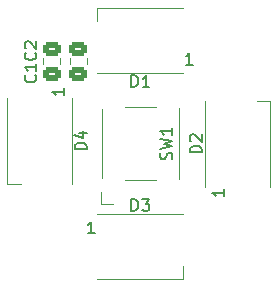
<source format=gto>
G04 #@! TF.GenerationSoftware,KiCad,Pcbnew,8.0.2-1*
G04 #@! TF.CreationDate,2024-11-27T21:54:45+07:00*
G04 #@! TF.ProjectId,v1,76312e6b-6963-4616-945f-706362585858,rev?*
G04 #@! TF.SameCoordinates,Original*
G04 #@! TF.FileFunction,Legend,Top*
G04 #@! TF.FilePolarity,Positive*
%FSLAX46Y46*%
G04 Gerber Fmt 4.6, Leading zero omitted, Abs format (unit mm)*
G04 Created by KiCad (PCBNEW 8.0.2-1) date 2024-11-27 21:54:45*
%MOMM*%
%LPD*%
G01*
G04 APERTURE LIST*
G04 Aperture macros list*
%AMRoundRect*
0 Rectangle with rounded corners*
0 $1 Rounding radius*
0 $2 $3 $4 $5 $6 $7 $8 $9 X,Y pos of 4 corners*
0 Add a 4 corners polygon primitive as box body*
4,1,4,$2,$3,$4,$5,$6,$7,$8,$9,$2,$3,0*
0 Add four circle primitives for the rounded corners*
1,1,$1+$1,$2,$3*
1,1,$1+$1,$4,$5*
1,1,$1+$1,$6,$7*
1,1,$1+$1,$8,$9*
0 Add four rect primitives between the rounded corners*
20,1,$1+$1,$2,$3,$4,$5,0*
20,1,$1+$1,$4,$5,$6,$7,0*
20,1,$1+$1,$6,$7,$8,$9,0*
20,1,$1+$1,$8,$9,$2,$3,0*%
G04 Aperture macros list end*
%ADD10C,0.150000*%
%ADD11C,0.120000*%
%ADD12R,1.400000X1.600000*%
%ADD13R,0.900000X1.500000*%
%ADD14R,1.500000X0.900000*%
%ADD15RoundRect,0.250000X-0.475000X0.337500X-0.475000X-0.337500X0.475000X-0.337500X0.475000X0.337500X0*%
G04 APERTURE END LIST*
D10*
X145907200Y-98583332D02*
X145954819Y-98440475D01*
X145954819Y-98440475D02*
X145954819Y-98202380D01*
X145954819Y-98202380D02*
X145907200Y-98107142D01*
X145907200Y-98107142D02*
X145859580Y-98059523D01*
X145859580Y-98059523D02*
X145764342Y-98011904D01*
X145764342Y-98011904D02*
X145669104Y-98011904D01*
X145669104Y-98011904D02*
X145573866Y-98059523D01*
X145573866Y-98059523D02*
X145526247Y-98107142D01*
X145526247Y-98107142D02*
X145478628Y-98202380D01*
X145478628Y-98202380D02*
X145431009Y-98392856D01*
X145431009Y-98392856D02*
X145383390Y-98488094D01*
X145383390Y-98488094D02*
X145335771Y-98535713D01*
X145335771Y-98535713D02*
X145240533Y-98583332D01*
X145240533Y-98583332D02*
X145145295Y-98583332D01*
X145145295Y-98583332D02*
X145050057Y-98535713D01*
X145050057Y-98535713D02*
X145002438Y-98488094D01*
X145002438Y-98488094D02*
X144954819Y-98392856D01*
X144954819Y-98392856D02*
X144954819Y-98154761D01*
X144954819Y-98154761D02*
X145002438Y-98011904D01*
X144954819Y-97678570D02*
X145954819Y-97440475D01*
X145954819Y-97440475D02*
X145240533Y-97249999D01*
X145240533Y-97249999D02*
X145954819Y-97059523D01*
X145954819Y-97059523D02*
X144954819Y-96821428D01*
X145954819Y-95916666D02*
X145954819Y-96488094D01*
X145954819Y-96202380D02*
X144954819Y-96202380D01*
X144954819Y-96202380D02*
X145097676Y-96297618D01*
X145097676Y-96297618D02*
X145192914Y-96392856D01*
X145192914Y-96392856D02*
X145240533Y-96488094D01*
X138704819Y-97738094D02*
X137704819Y-97738094D01*
X137704819Y-97738094D02*
X137704819Y-97499999D01*
X137704819Y-97499999D02*
X137752438Y-97357142D01*
X137752438Y-97357142D02*
X137847676Y-97261904D01*
X137847676Y-97261904D02*
X137942914Y-97214285D01*
X137942914Y-97214285D02*
X138133390Y-97166666D01*
X138133390Y-97166666D02*
X138276247Y-97166666D01*
X138276247Y-97166666D02*
X138466723Y-97214285D01*
X138466723Y-97214285D02*
X138561961Y-97261904D01*
X138561961Y-97261904D02*
X138657200Y-97357142D01*
X138657200Y-97357142D02*
X138704819Y-97499999D01*
X138704819Y-97499999D02*
X138704819Y-97738094D01*
X138038152Y-96309523D02*
X138704819Y-96309523D01*
X137657200Y-96547618D02*
X138371485Y-96785713D01*
X138371485Y-96785713D02*
X138371485Y-96166666D01*
X136804819Y-92564285D02*
X136804819Y-93135713D01*
X136804819Y-92849999D02*
X135804819Y-92849999D01*
X135804819Y-92849999D02*
X135947676Y-92945237D01*
X135947676Y-92945237D02*
X136042914Y-93040475D01*
X136042914Y-93040475D02*
X136090533Y-93135713D01*
X142511905Y-102954819D02*
X142511905Y-101954819D01*
X142511905Y-101954819D02*
X142750000Y-101954819D01*
X142750000Y-101954819D02*
X142892857Y-102002438D01*
X142892857Y-102002438D02*
X142988095Y-102097676D01*
X142988095Y-102097676D02*
X143035714Y-102192914D01*
X143035714Y-102192914D02*
X143083333Y-102383390D01*
X143083333Y-102383390D02*
X143083333Y-102526247D01*
X143083333Y-102526247D02*
X143035714Y-102716723D01*
X143035714Y-102716723D02*
X142988095Y-102811961D01*
X142988095Y-102811961D02*
X142892857Y-102907200D01*
X142892857Y-102907200D02*
X142750000Y-102954819D01*
X142750000Y-102954819D02*
X142511905Y-102954819D01*
X143416667Y-101954819D02*
X144035714Y-101954819D01*
X144035714Y-101954819D02*
X143702381Y-102335771D01*
X143702381Y-102335771D02*
X143845238Y-102335771D01*
X143845238Y-102335771D02*
X143940476Y-102383390D01*
X143940476Y-102383390D02*
X143988095Y-102431009D01*
X143988095Y-102431009D02*
X144035714Y-102526247D01*
X144035714Y-102526247D02*
X144035714Y-102764342D01*
X144035714Y-102764342D02*
X143988095Y-102859580D01*
X143988095Y-102859580D02*
X143940476Y-102907200D01*
X143940476Y-102907200D02*
X143845238Y-102954819D01*
X143845238Y-102954819D02*
X143559524Y-102954819D01*
X143559524Y-102954819D02*
X143464286Y-102907200D01*
X143464286Y-102907200D02*
X143416667Y-102859580D01*
X139385714Y-104854819D02*
X138814286Y-104854819D01*
X139100000Y-104854819D02*
X139100000Y-103854819D01*
X139100000Y-103854819D02*
X139004762Y-103997676D01*
X139004762Y-103997676D02*
X138909524Y-104092914D01*
X138909524Y-104092914D02*
X138814286Y-104140533D01*
X148454819Y-97988094D02*
X147454819Y-97988094D01*
X147454819Y-97988094D02*
X147454819Y-97749999D01*
X147454819Y-97749999D02*
X147502438Y-97607142D01*
X147502438Y-97607142D02*
X147597676Y-97511904D01*
X147597676Y-97511904D02*
X147692914Y-97464285D01*
X147692914Y-97464285D02*
X147883390Y-97416666D01*
X147883390Y-97416666D02*
X148026247Y-97416666D01*
X148026247Y-97416666D02*
X148216723Y-97464285D01*
X148216723Y-97464285D02*
X148311961Y-97511904D01*
X148311961Y-97511904D02*
X148407200Y-97607142D01*
X148407200Y-97607142D02*
X148454819Y-97749999D01*
X148454819Y-97749999D02*
X148454819Y-97988094D01*
X147550057Y-97035713D02*
X147502438Y-96988094D01*
X147502438Y-96988094D02*
X147454819Y-96892856D01*
X147454819Y-96892856D02*
X147454819Y-96654761D01*
X147454819Y-96654761D02*
X147502438Y-96559523D01*
X147502438Y-96559523D02*
X147550057Y-96511904D01*
X147550057Y-96511904D02*
X147645295Y-96464285D01*
X147645295Y-96464285D02*
X147740533Y-96464285D01*
X147740533Y-96464285D02*
X147883390Y-96511904D01*
X147883390Y-96511904D02*
X148454819Y-97083332D01*
X148454819Y-97083332D02*
X148454819Y-96464285D01*
X150354819Y-101114285D02*
X150354819Y-101685713D01*
X150354819Y-101399999D02*
X149354819Y-101399999D01*
X149354819Y-101399999D02*
X149497676Y-101495237D01*
X149497676Y-101495237D02*
X149592914Y-101590475D01*
X149592914Y-101590475D02*
X149640533Y-101685713D01*
X142511905Y-92454819D02*
X142511905Y-91454819D01*
X142511905Y-91454819D02*
X142750000Y-91454819D01*
X142750000Y-91454819D02*
X142892857Y-91502438D01*
X142892857Y-91502438D02*
X142988095Y-91597676D01*
X142988095Y-91597676D02*
X143035714Y-91692914D01*
X143035714Y-91692914D02*
X143083333Y-91883390D01*
X143083333Y-91883390D02*
X143083333Y-92026247D01*
X143083333Y-92026247D02*
X143035714Y-92216723D01*
X143035714Y-92216723D02*
X142988095Y-92311961D01*
X142988095Y-92311961D02*
X142892857Y-92407200D01*
X142892857Y-92407200D02*
X142750000Y-92454819D01*
X142750000Y-92454819D02*
X142511905Y-92454819D01*
X144035714Y-92454819D02*
X143464286Y-92454819D01*
X143750000Y-92454819D02*
X143750000Y-91454819D01*
X143750000Y-91454819D02*
X143654762Y-91597676D01*
X143654762Y-91597676D02*
X143559524Y-91692914D01*
X143559524Y-91692914D02*
X143464286Y-91740533D01*
X147685714Y-90554819D02*
X147114286Y-90554819D01*
X147400000Y-90554819D02*
X147400000Y-89554819D01*
X147400000Y-89554819D02*
X147304762Y-89697676D01*
X147304762Y-89697676D02*
X147209524Y-89792914D01*
X147209524Y-89792914D02*
X147114286Y-89840533D01*
X134359580Y-89554166D02*
X134407200Y-89601785D01*
X134407200Y-89601785D02*
X134454819Y-89744642D01*
X134454819Y-89744642D02*
X134454819Y-89839880D01*
X134454819Y-89839880D02*
X134407200Y-89982737D01*
X134407200Y-89982737D02*
X134311961Y-90077975D01*
X134311961Y-90077975D02*
X134216723Y-90125594D01*
X134216723Y-90125594D02*
X134026247Y-90173213D01*
X134026247Y-90173213D02*
X133883390Y-90173213D01*
X133883390Y-90173213D02*
X133692914Y-90125594D01*
X133692914Y-90125594D02*
X133597676Y-90077975D01*
X133597676Y-90077975D02*
X133502438Y-89982737D01*
X133502438Y-89982737D02*
X133454819Y-89839880D01*
X133454819Y-89839880D02*
X133454819Y-89744642D01*
X133454819Y-89744642D02*
X133502438Y-89601785D01*
X133502438Y-89601785D02*
X133550057Y-89554166D01*
X133550057Y-89173213D02*
X133502438Y-89125594D01*
X133502438Y-89125594D02*
X133454819Y-89030356D01*
X133454819Y-89030356D02*
X133454819Y-88792261D01*
X133454819Y-88792261D02*
X133502438Y-88697023D01*
X133502438Y-88697023D02*
X133550057Y-88649404D01*
X133550057Y-88649404D02*
X133645295Y-88601785D01*
X133645295Y-88601785D02*
X133740533Y-88601785D01*
X133740533Y-88601785D02*
X133883390Y-88649404D01*
X133883390Y-88649404D02*
X134454819Y-89220832D01*
X134454819Y-89220832D02*
X134454819Y-88601785D01*
X134359580Y-91454166D02*
X134407200Y-91501785D01*
X134407200Y-91501785D02*
X134454819Y-91644642D01*
X134454819Y-91644642D02*
X134454819Y-91739880D01*
X134454819Y-91739880D02*
X134407200Y-91882737D01*
X134407200Y-91882737D02*
X134311961Y-91977975D01*
X134311961Y-91977975D02*
X134216723Y-92025594D01*
X134216723Y-92025594D02*
X134026247Y-92073213D01*
X134026247Y-92073213D02*
X133883390Y-92073213D01*
X133883390Y-92073213D02*
X133692914Y-92025594D01*
X133692914Y-92025594D02*
X133597676Y-91977975D01*
X133597676Y-91977975D02*
X133502438Y-91882737D01*
X133502438Y-91882737D02*
X133454819Y-91739880D01*
X133454819Y-91739880D02*
X133454819Y-91644642D01*
X133454819Y-91644642D02*
X133502438Y-91501785D01*
X133502438Y-91501785D02*
X133550057Y-91454166D01*
X134454819Y-90501785D02*
X134454819Y-91073213D01*
X134454819Y-90787499D02*
X133454819Y-90787499D01*
X133454819Y-90787499D02*
X133597676Y-90882737D01*
X133597676Y-90882737D02*
X133692914Y-90977975D01*
X133692914Y-90977975D02*
X133740533Y-91073213D01*
D11*
X141950000Y-94150000D02*
X144550000Y-94150000D01*
X146500000Y-94250000D02*
X146500000Y-100250000D01*
X140000000Y-94350000D02*
X140000000Y-100150000D01*
X141950000Y-100350000D02*
X144550000Y-100350000D01*
X140950000Y-102350000D02*
X139950000Y-102350000D01*
X139950000Y-102350000D02*
X139950000Y-101350000D01*
X137500000Y-93350000D02*
X137500000Y-100650000D01*
X132000000Y-93350000D02*
X132000000Y-100650000D01*
X132000000Y-100650000D02*
X133150000Y-100650000D01*
X139600000Y-103250000D02*
X146900000Y-103250000D01*
X139600000Y-108750000D02*
X146900000Y-108750000D01*
X146900000Y-108750000D02*
X146900000Y-107600000D01*
X154250000Y-93600000D02*
X153100000Y-93600000D01*
X154250000Y-100900000D02*
X154250000Y-93600000D01*
X148750000Y-100900000D02*
X148750000Y-93600000D01*
X146900000Y-91250000D02*
X139600000Y-91250000D01*
X146900000Y-85750000D02*
X139600000Y-85750000D01*
X139600000Y-85750000D02*
X139600000Y-86900000D01*
X135015000Y-90026248D02*
X135015000Y-90548752D01*
X136485000Y-90026248D02*
X136485000Y-90548752D01*
X137265000Y-90026248D02*
X137265000Y-90548752D01*
X138735000Y-90026248D02*
X138735000Y-90548752D01*
%LPC*%
D12*
X145500000Y-93250000D03*
X145500000Y-101250000D03*
X141000000Y-93250000D03*
X141000000Y-101250000D03*
D13*
X136400000Y-94550000D03*
X133100000Y-94550000D03*
X133100000Y-99450000D03*
X136400000Y-99450000D03*
D14*
X140800000Y-104350000D03*
X140800000Y-107650000D03*
X145700000Y-107650000D03*
X145700000Y-104350000D03*
D13*
X149850000Y-94800000D03*
X153150000Y-94800000D03*
X153150000Y-99700000D03*
X149850000Y-99700000D03*
D14*
X145700000Y-90150000D03*
X145700000Y-86850000D03*
X140800000Y-86850000D03*
X140800000Y-90150000D03*
D15*
X135750000Y-91325000D03*
X135750000Y-89250000D03*
X138000000Y-91325000D03*
X138000000Y-89250000D03*
%LPD*%
M02*

</source>
